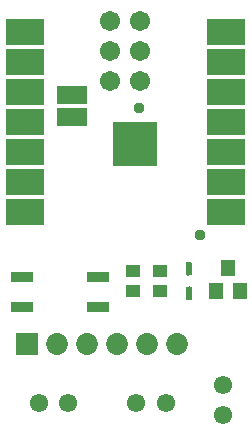
<source format=gts>
G04 EAGLE Gerber RS-274X export*
G75*
%MOMM*%
%FSLAX34Y34*%
%LPD*%
%INSoldermask Top*%
%IPPOS*%
%AMOC8*
5,1,8,0,0,1.08239X$1,22.5*%
G01*
G04 Define Apertures*
%ADD10R,1.203200X1.403200*%
%ADD11C,1.551200*%
%ADD12R,1.853200X1.853200*%
%ADD13C,1.853200*%
%ADD14R,1.177100X1.001900*%
%ADD15R,3.203200X2.203200*%
%ADD16R,3.703200X3.703200*%
%ADD17C,1.703200*%
%ADD18R,2.503200X1.503200*%
%ADD19R,1.913200X0.833200*%
%ADD20C,0.959600*%
G36*
X166464Y748591D02*
X166480Y748382D01*
X166480Y739578D01*
X166464Y739369D01*
X166414Y739162D01*
X166333Y738967D01*
X166223Y738787D01*
X166084Y738626D01*
X165923Y738487D01*
X165743Y738377D01*
X165548Y738296D01*
X165339Y738246D01*
X162528Y738230D01*
X162319Y738246D01*
X162112Y738296D01*
X161917Y738377D01*
X161737Y738487D01*
X161576Y738626D01*
X161437Y738787D01*
X161327Y738967D01*
X161246Y739162D01*
X161196Y739369D01*
X161180Y739578D01*
X161180Y748382D01*
X161196Y748591D01*
X161246Y748798D01*
X161327Y748993D01*
X161437Y749173D01*
X161576Y749334D01*
X161737Y749473D01*
X161917Y749583D01*
X162112Y749664D01*
X162321Y749714D01*
X165132Y749730D01*
X165341Y749714D01*
X165548Y749664D01*
X165743Y749583D01*
X165923Y749473D01*
X166084Y749334D01*
X166223Y749173D01*
X166333Y748993D01*
X166414Y748798D01*
X166464Y748591D01*
G37*
G36*
X166464Y769391D02*
X166480Y769182D01*
X166480Y760378D01*
X166464Y760169D01*
X166414Y759962D01*
X166333Y759767D01*
X166223Y759587D01*
X166084Y759426D01*
X165923Y759287D01*
X165743Y759177D01*
X165548Y759096D01*
X165339Y759046D01*
X162528Y759030D01*
X162319Y759046D01*
X162112Y759096D01*
X161917Y759177D01*
X161737Y759287D01*
X161576Y759426D01*
X161437Y759587D01*
X161327Y759767D01*
X161246Y759962D01*
X161196Y760169D01*
X161180Y760378D01*
X161180Y769182D01*
X161196Y769391D01*
X161246Y769598D01*
X161327Y769793D01*
X161437Y769973D01*
X161576Y770134D01*
X161737Y770273D01*
X161917Y770383D01*
X162112Y770464D01*
X162321Y770514D01*
X165132Y770530D01*
X165341Y770514D01*
X165548Y770464D01*
X165743Y770383D01*
X165923Y770273D01*
X166084Y770134D01*
X166223Y769973D01*
X166333Y769793D01*
X166414Y769598D01*
X166464Y769391D01*
G37*
D10*
X196850Y765650D03*
X186850Y745650D03*
X206850Y745650D03*
D11*
X119380Y651510D03*
X144380Y651510D03*
X193040Y641350D03*
X193040Y666350D03*
X36830Y651510D03*
X61830Y651510D03*
D12*
X26670Y701040D03*
D13*
X52070Y701040D03*
X77470Y701040D03*
X102870Y701040D03*
X128270Y701040D03*
X153670Y701040D03*
D14*
X116840Y746228D03*
X116840Y762532D03*
X139700Y746228D03*
X139700Y762532D03*
D15*
X25160Y812800D03*
X25160Y838200D03*
X25160Y863600D03*
X25160Y889000D03*
X25160Y914400D03*
X25160Y939800D03*
X25160Y965200D03*
X195160Y812800D03*
X195160Y838200D03*
X195160Y863600D03*
X195160Y889000D03*
X195160Y914400D03*
X195160Y939800D03*
X195160Y965200D03*
D16*
X118460Y870300D03*
D17*
X97460Y974800D03*
X122860Y974800D03*
X122860Y949400D03*
X97460Y949400D03*
D18*
X65160Y912000D03*
X65160Y893000D03*
D17*
X97460Y924000D03*
X122860Y924000D03*
D19*
X22610Y758190D03*
X22610Y732790D03*
X86610Y758190D03*
X86610Y732790D03*
D20*
X173192Y792952D03*
X121920Y901065D03*
M02*

</source>
